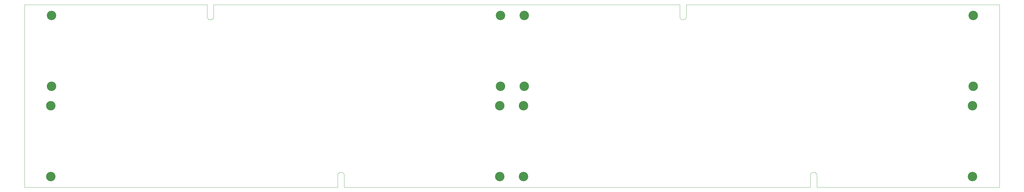
<source format=gbr>
%TF.GenerationSoftware,KiCad,Pcbnew,(7.0.0)*%
%TF.CreationDate,2023-07-13T12:21:55+02:00*%
%TF.ProjectId,Panelization,50616e65-6c69-47a6-9174-696f6e2e6b69,V1*%
%TF.SameCoordinates,PX2d4cae0PY73df160*%
%TF.FileFunction,OtherDrawing,Comment*%
%FSLAX46Y46*%
G04 Gerber Fmt 4.6, Leading zero omitted, Abs format (unit mm)*
G04 Created by KiCad (PCBNEW (7.0.0)) date 2023-07-13 12:21:55*
%MOMM*%
%LPD*%
G01*
G04 APERTURE LIST*
%ADD10C,3.200000*%
%TA.AperFunction,Profile*%
%ADD11C,0.100000*%
%TD*%
G04 APERTURE END LIST*
D10*
%TO.C,*%
X318380000Y-31830000D03*
%TD*%
%TO.C,*%
X6380000Y-55830000D03*
%TD*%
%TO.C,*%
X318380000Y-55830000D03*
%TD*%
%TO.C,*%
X166620000Y-25170000D03*
%TD*%
%TO.C,*%
X318620000Y-25170000D03*
%TD*%
%TO.C,*%
X6620000Y-25170000D03*
%TD*%
%TO.C,*%
X158380000Y-31830000D03*
%TD*%
%TO.C,*%
X166620000Y-1170000D03*
%TD*%
%TO.C,*%
X158620000Y-1170000D03*
%TD*%
%TO.C,*%
X158380000Y-55830000D03*
%TD*%
%TO.C,*%
X166380000Y-31830000D03*
%TD*%
%TO.C,*%
X6620000Y-1170000D03*
%TD*%
%TO.C,*%
X6380000Y-31830000D03*
%TD*%
%TO.C,*%
X158620000Y-25170000D03*
%TD*%
%TO.C,*%
X318620000Y-1170000D03*
%TD*%
%TO.C,*%
X166380000Y-55830000D03*
%TD*%
D11*
X322500000Y-59500000D02*
X327500000Y-59500000D01*
X219281424Y-1556220D02*
X219280000Y-1500000D01*
X59710561Y-2377761D02*
X59666975Y-2342222D01*
X220277703Y-2604305D02*
X220221915Y-2597200D01*
X103569094Y-55114490D02*
X103589956Y-55062264D01*
X104121162Y-54503436D02*
X104172264Y-54479956D01*
X104497703Y-54395694D02*
X104553779Y-54391424D01*
X61449095Y-1832293D02*
X61430905Y-1885509D01*
X219851314Y-2470525D02*
X219802849Y-2441995D01*
X265047735Y-54479956D02*
X265098837Y-54503436D01*
X265148685Y-54529474D02*
X265197150Y-54558004D01*
X103930561Y-54622238D02*
X103975891Y-54588951D01*
X220775509Y-2540905D02*
X220722293Y-2559095D01*
X221301048Y-2134108D02*
X221267761Y-2179438D01*
X104778084Y-54402799D02*
X104833441Y-54412721D01*
X221194520Y-2264753D02*
X221154753Y-2304520D01*
X103535433Y-55221775D02*
X103550904Y-55167706D01*
X265452222Y-54776975D02*
X265487761Y-54820561D01*
X104888224Y-54425433D02*
X104942293Y-54440904D01*
X219419474Y-2038685D02*
X219393436Y-1988837D01*
X221360525Y-2038685D02*
X221331995Y-2087150D01*
X221477278Y-1723441D02*
X221464566Y-1778224D01*
X103805479Y-54735246D02*
X103845246Y-54695479D01*
X60221915Y-2597200D02*
X60166558Y-2587278D01*
X60111775Y-2574566D02*
X60057706Y-2559095D01*
X61194520Y-2264753D02*
X61154753Y-2304520D01*
X103589956Y-55062264D02*
X103613436Y-55011162D01*
X265720000Y-59500000D02*
X268500000Y-59500000D01*
X221232222Y-2223024D02*
X221194520Y-2264753D01*
X265630043Y-55062264D02*
X265650905Y-55114490D01*
X220722293Y-2559095D02*
X220668224Y-2574566D01*
X265289438Y-54622238D02*
X265333024Y-54657777D01*
X322500000Y2500000D02*
X221500000Y2500000D01*
X103512799Y-55331915D02*
X103522721Y-55276558D01*
X61267761Y-2179438D02*
X61232222Y-2223024D01*
X264553779Y-54391424D02*
X264610000Y-54390000D01*
X59448004Y-2087150D02*
X59419474Y-2038685D01*
X264942293Y-54440904D02*
X264995509Y-54459094D01*
X220111775Y-2574566D02*
X220057706Y-2559095D01*
X105714305Y-55387703D02*
X105718575Y-55443779D01*
X264995509Y-54459094D02*
X265047735Y-54479956D01*
X263975891Y-54588951D02*
X264022849Y-54558004D01*
X61301048Y-2134108D02*
X61267761Y-2179438D01*
X219585479Y-2264753D02*
X219547777Y-2223024D01*
X60446220Y-2608575D02*
X60390000Y-2609999D01*
X105719999Y-55500000D02*
X105720000Y-59500000D01*
X265098837Y-54503436D02*
X265148685Y-54529474D01*
X263886975Y-54657777D02*
X263930561Y-54622238D01*
X108500000Y-59500000D02*
X162500000Y-59500000D01*
X103500000Y-55500000D02*
X103501424Y-55443779D01*
X221430905Y-1885509D02*
X221410043Y-1937735D01*
X219666975Y-2342222D02*
X219625246Y-2304520D01*
X103975891Y-54588951D02*
X104022849Y-54558004D01*
X61232222Y-2223024D02*
X61194520Y-2264753D01*
X265374753Y-54695479D02*
X265414520Y-54735246D01*
X219315433Y-1778224D02*
X219302721Y-1723441D01*
X103668004Y-54912849D02*
X103698951Y-54865891D01*
X219349094Y-1885509D02*
X219330904Y-1832293D01*
X265606563Y-55011162D02*
X265630043Y-55062264D01*
X221487200Y-1668084D02*
X221477278Y-1723441D01*
X219802849Y-2441995D02*
X219755891Y-2411048D01*
X219710561Y-2377761D02*
X219666975Y-2342222D01*
X60502296Y-2604305D02*
X60446220Y-2608575D01*
X264224490Y-54459094D02*
X264277706Y-54440904D01*
X59292799Y-1668084D02*
X59285694Y-1612296D01*
X263501424Y-55443779D02*
X263505694Y-55387703D01*
X221500000Y2500000D02*
X221500000Y-1500000D01*
X219478951Y-2134108D02*
X219448004Y-2087150D01*
X105289438Y-54622238D02*
X105333024Y-54657777D01*
X105580525Y-54961314D02*
X105606563Y-55011162D01*
X105669095Y-55167706D02*
X105684566Y-55221775D01*
X219901162Y-2496563D02*
X219851314Y-2470525D01*
X105521048Y-54865891D02*
X105551995Y-54912849D01*
X61024108Y-2411048D02*
X60977150Y-2441995D01*
X105414520Y-54735246D02*
X105452222Y-54776975D01*
X264277706Y-54440904D02*
X264331775Y-54425433D01*
X219755891Y-2411048D02*
X219710561Y-2377761D01*
X61069438Y-2377761D02*
X61024108Y-2411048D01*
X265719999Y-55500000D02*
X265720000Y-59500000D01*
X60004490Y-2540905D02*
X59952264Y-2520043D01*
X104833441Y-54412721D02*
X104888224Y-54425433D01*
X104277706Y-54440904D02*
X104331775Y-54425433D01*
X104995509Y-54459094D02*
X105047735Y-54479956D01*
X61494305Y-1612296D02*
X61487200Y-1668084D01*
X220668224Y-2574566D02*
X220613441Y-2587278D01*
X264833441Y-54412721D02*
X264888224Y-54425433D01*
X103550904Y-55167706D02*
X103569094Y-55114490D01*
X268500000Y-59500000D02*
X322500000Y-59500000D01*
X104022849Y-54558004D02*
X104071314Y-54529474D01*
X264331775Y-54425433D02*
X264386558Y-54412721D01*
X327500000Y2500000D02*
X322500000Y2500000D01*
X61386563Y-1988837D02*
X61360525Y-2038685D01*
X60558084Y-2597200D02*
X60502296Y-2604305D01*
X103767777Y-54776975D02*
X103805479Y-54735246D01*
X2500000Y2500000D02*
X-2500000Y2500000D01*
X220057706Y-2559095D02*
X220004490Y-2540905D01*
X103505694Y-55387703D02*
X103512799Y-55331915D01*
X61113024Y-2342222D02*
X61069438Y-2377761D01*
X219292799Y-1668084D02*
X219285694Y-1612296D01*
X60057706Y-2559095D02*
X60004490Y-2540905D01*
X221498575Y-1556220D02*
X221494305Y-1612296D01*
X220446220Y-2608575D02*
X220390000Y-2609999D01*
X60613441Y-2587278D02*
X60558084Y-2597200D01*
X265414520Y-54735246D02*
X265452222Y-54776975D01*
X220004490Y-2540905D02*
X219952264Y-2520043D01*
X61331995Y-2087150D02*
X61301048Y-2134108D01*
X59755891Y-2411048D02*
X59710561Y-2377761D01*
X220928685Y-2470525D02*
X220878837Y-2496563D01*
X263550904Y-55167706D02*
X263569094Y-55114490D01*
X61154753Y-2304520D02*
X61113024Y-2342222D01*
X59901162Y-2496563D02*
X59851314Y-2470525D01*
X-2500000Y2500000D02*
X-2500000Y-59500000D01*
X59512238Y-2179438D02*
X59478951Y-2134108D01*
X105197150Y-54558004D02*
X105244108Y-54588951D01*
X59281424Y-1556220D02*
X59280000Y-1500000D01*
X105697278Y-55276558D02*
X105707200Y-55331915D01*
X105707200Y-55331915D02*
X105714305Y-55387703D01*
X61477278Y-1723441D02*
X61464566Y-1778224D01*
X263767777Y-54776975D02*
X263805479Y-54735246D01*
X103698951Y-54865891D02*
X103732238Y-54820561D01*
X265650905Y-55114490D02*
X265669095Y-55167706D01*
X104386558Y-54412721D02*
X104441915Y-54402799D01*
X263500000Y-59500000D02*
X263500000Y-55500000D01*
X162500000Y-59500000D02*
X263500000Y-59500000D01*
X59393436Y-1988837D02*
X59369956Y-1937735D01*
X221410043Y-1937735D02*
X221386563Y-1988837D01*
X221069438Y-2377761D02*
X221024108Y-2411048D01*
X264386558Y-54412721D02*
X264441915Y-54402799D01*
X264888224Y-54425433D02*
X264942293Y-54440904D01*
X220977150Y-2441995D02*
X220928685Y-2470525D01*
X221267761Y-2179438D02*
X221232222Y-2223024D01*
X103845246Y-54695479D02*
X103886975Y-54657777D01*
X263698951Y-54865891D02*
X263732238Y-54820561D01*
X264172264Y-54479956D02*
X264224490Y-54459094D01*
X220333779Y-2608575D02*
X220277703Y-2604305D01*
X59302721Y-1723441D02*
X59292799Y-1668084D01*
X61410043Y-1937735D02*
X61386563Y-1988837D01*
X265714305Y-55387703D02*
X265718575Y-55443779D01*
X103639474Y-54961314D02*
X103668004Y-54912849D01*
X60928685Y-2470525D02*
X60878837Y-2496563D01*
X327500000Y-59500000D02*
X327500000Y2500000D01*
X220221915Y-2597200D02*
X220166558Y-2587278D01*
X105333024Y-54657777D02*
X105374753Y-54695479D01*
X220390000Y-2609999D02*
X220333779Y-2608575D01*
X265551995Y-54912849D02*
X265580525Y-54961314D01*
X264666220Y-54391424D02*
X264722296Y-54395694D01*
X60878837Y-2496563D02*
X60827735Y-2520043D01*
X60333779Y-2608575D02*
X60277703Y-2604305D01*
X105452222Y-54776975D02*
X105487761Y-54820561D01*
X61464566Y-1778224D02*
X61449095Y-1832293D01*
X265197150Y-54558004D02*
X265244108Y-54588951D01*
X219285694Y-1612296D02*
X219281424Y-1556220D01*
X59585479Y-2264753D02*
X59547777Y-2223024D01*
X59478951Y-2134108D02*
X59448004Y-2087150D01*
X263668004Y-54912849D02*
X263698951Y-54865891D01*
X104553779Y-54391424D02*
X104610000Y-54390000D01*
X263522721Y-55276558D02*
X263535433Y-55221775D01*
X263500000Y-55500000D02*
X263501424Y-55443779D01*
X59285694Y-1612296D02*
X59281424Y-1556220D01*
X219547777Y-2223024D02*
X219512238Y-2179438D01*
X263639474Y-54961314D02*
X263668004Y-54912849D01*
X263845246Y-54695479D02*
X263886975Y-54657777D01*
X60166558Y-2587278D02*
X60111775Y-2574566D01*
X-2500000Y-59500000D02*
X-2500000Y-59500000D01*
X264610000Y-54390000D02*
X264666220Y-54391424D01*
X105487761Y-54820561D02*
X105521048Y-54865891D01*
X219302721Y-1723441D02*
X219292799Y-1668084D01*
X265697278Y-55276558D02*
X265707200Y-55331915D01*
X216500000Y2500000D02*
X162500000Y2500000D01*
X59315433Y-1778224D02*
X59302721Y-1723441D01*
X221113024Y-2342222D02*
X221069438Y-2377761D01*
X105244108Y-54588951D02*
X105289438Y-54622238D01*
X59802849Y-2441995D02*
X59755891Y-2411048D01*
X103886975Y-54657777D02*
X103930561Y-54622238D01*
X105098837Y-54503436D02*
X105148685Y-54529474D01*
X-2500000Y-59500000D02*
X2500000Y-59500000D01*
X220613441Y-2587278D02*
X220558084Y-2597200D01*
X104441915Y-54402799D02*
X104497703Y-54395694D01*
X104666220Y-54391424D02*
X104722296Y-54395694D01*
X265707200Y-55331915D02*
X265714305Y-55387703D01*
X219625246Y-2304520D02*
X219585479Y-2264753D01*
X264121162Y-54503436D02*
X264172264Y-54479956D01*
X103500000Y-59500000D02*
X103500000Y-55500000D01*
X104942293Y-54440904D02*
X104995509Y-54459094D01*
X263569094Y-55114490D02*
X263589956Y-55062264D01*
X60722293Y-2559095D02*
X60668224Y-2574566D01*
X60977150Y-2441995D02*
X60928685Y-2470525D01*
X220502296Y-2604305D02*
X220446220Y-2608575D01*
X265521048Y-54865891D02*
X265551995Y-54912849D01*
X104610000Y-54390000D02*
X104666220Y-54391424D01*
X105148685Y-54529474D02*
X105197150Y-54558004D01*
X220878837Y-2496563D02*
X220827735Y-2520043D01*
X265669095Y-55167706D02*
X265684566Y-55221775D01*
X59419474Y-2038685D02*
X59393436Y-1988837D01*
X60277703Y-2604305D02*
X60221915Y-2597200D01*
X103501424Y-55443779D02*
X103505694Y-55387703D01*
X59625246Y-2304520D02*
X59585479Y-2264753D01*
X219369956Y-1937735D02*
X219349094Y-1885509D01*
X219280000Y2500000D02*
X216500000Y2500000D01*
X103732238Y-54820561D02*
X103767777Y-54776975D01*
X263613436Y-55011162D02*
X263639474Y-54961314D01*
X61430905Y-1885509D02*
X61410043Y-1937735D01*
X219512238Y-2179438D02*
X219478951Y-2134108D01*
X105650905Y-55114490D02*
X105669095Y-55167706D01*
X105684566Y-55221775D02*
X105697278Y-55276558D01*
X220827735Y-2520043D02*
X220775509Y-2540905D01*
X59280000Y-1500000D02*
X59280000Y2500000D01*
X104172264Y-54479956D02*
X104224490Y-54459094D01*
X60827735Y-2520043D02*
X60775509Y-2540905D01*
X221024108Y-2411048D02*
X220977150Y-2441995D01*
X59952264Y-2520043D02*
X59901162Y-2496563D01*
X221449095Y-1832293D02*
X221430905Y-1885509D01*
X56500000Y2500000D02*
X2500000Y2500000D01*
X265333024Y-54657777D02*
X265374753Y-54695479D01*
X105606563Y-55011162D02*
X105630043Y-55062264D01*
X61500000Y2500000D02*
X61500000Y-1500000D01*
X220166558Y-2587278D02*
X220111775Y-2574566D01*
X219280000Y-1500000D02*
X219280000Y2500000D01*
X61500000Y-1500000D02*
X61498575Y-1556220D01*
X263505694Y-55387703D02*
X263512799Y-55331915D01*
X264071314Y-54529474D02*
X264121162Y-54503436D01*
X105630043Y-55062264D02*
X105650905Y-55114490D01*
X59666975Y-2342222D02*
X59625246Y-2304520D01*
X59547777Y-2223024D02*
X59512238Y-2179438D01*
X219393436Y-1988837D02*
X219369956Y-1937735D01*
X265684566Y-55221775D02*
X265697278Y-55276558D01*
X104331775Y-54425433D02*
X104386558Y-54412721D01*
X221154753Y-2304520D02*
X221113024Y-2342222D01*
X264022849Y-54558004D02*
X264071314Y-54529474D01*
X221386563Y-1988837D02*
X221360525Y-2038685D01*
X265580525Y-54961314D02*
X265606563Y-55011162D01*
X221500000Y-1500000D02*
X221498575Y-1556220D01*
X263732238Y-54820561D02*
X263767777Y-54776975D01*
X220558084Y-2597200D02*
X220502296Y-2604305D01*
X59280000Y2500000D02*
X56500000Y2500000D01*
X104224490Y-54459094D02*
X104277706Y-54440904D01*
X263589956Y-55062264D02*
X263613436Y-55011162D01*
X104071314Y-54529474D02*
X104121162Y-54503436D01*
X59330904Y-1832293D02*
X59315433Y-1778224D01*
X60668224Y-2574566D02*
X60613441Y-2587278D01*
X263535433Y-55221775D02*
X263550904Y-55167706D01*
X265244108Y-54588951D02*
X265289438Y-54622238D01*
X59349094Y-1885509D02*
X59330904Y-1832293D01*
X219330904Y-1832293D02*
X219315433Y-1778224D01*
X221494305Y-1612296D02*
X221487200Y-1668084D01*
X264497703Y-54395694D02*
X264553779Y-54391424D01*
X263512799Y-55331915D02*
X263522721Y-55276558D01*
X2500000Y-59500000D02*
X103500000Y-59500000D01*
X105718575Y-55443779D02*
X105719999Y-55500000D01*
X105374753Y-54695479D02*
X105414520Y-54735246D01*
X264441915Y-54402799D02*
X264497703Y-54395694D01*
X103613436Y-55011162D02*
X103639474Y-54961314D01*
X104722296Y-54395694D02*
X104778084Y-54402799D01*
X263930561Y-54622238D02*
X263975891Y-54588951D01*
X105551995Y-54912849D02*
X105580525Y-54961314D01*
X264722296Y-54395694D02*
X264778084Y-54402799D01*
X61498575Y-1556220D02*
X61494305Y-1612296D01*
X60390000Y-2609999D02*
X60333779Y-2608575D01*
X264778084Y-54402799D02*
X264833441Y-54412721D01*
X162500000Y2500000D02*
X61500000Y2500000D01*
X221464566Y-1778224D02*
X221449095Y-1832293D01*
X105047735Y-54479956D02*
X105098837Y-54503436D01*
X59369956Y-1937735D02*
X59349094Y-1885509D01*
X61360525Y-2038685D02*
X61331995Y-2087150D01*
X265487761Y-54820561D02*
X265521048Y-54865891D01*
X263805479Y-54735246D02*
X263845246Y-54695479D01*
X59851314Y-2470525D02*
X59802849Y-2441995D01*
X265718575Y-55443779D02*
X265719999Y-55500000D01*
X219952264Y-2520043D02*
X219901162Y-2496563D01*
X103522721Y-55276558D02*
X103535433Y-55221775D01*
X221331995Y-2087150D02*
X221301048Y-2134108D01*
X60775509Y-2540905D02*
X60722293Y-2559095D01*
X61487200Y-1668084D02*
X61477278Y-1723441D01*
X219448004Y-2087150D02*
X219419474Y-2038685D01*
X105720000Y-59500000D02*
X108500000Y-59500000D01*
M02*

</source>
